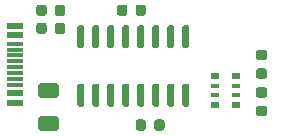
<source format=gbr>
%TF.GenerationSoftware,KiCad,Pcbnew,(5.1.6)-1*%
%TF.CreationDate,2020-06-26T00:22:10+04:00*%
%TF.ProjectId,ch340c-progarmmer,63683334-3063-42d7-9072-6f6761726d6d,rev?*%
%TF.SameCoordinates,Original*%
%TF.FileFunction,Paste,Top*%
%TF.FilePolarity,Positive*%
%FSLAX46Y46*%
G04 Gerber Fmt 4.6, Leading zero omitted, Abs format (unit mm)*
G04 Created by KiCad (PCBNEW (5.1.6)-1) date 2020-06-26 00:22:10*
%MOMM*%
%LPD*%
G01*
G04 APERTURE LIST*
%ADD10R,1.450000X0.600000*%
%ADD11R,1.450000X0.300000*%
%ADD12R,0.800000X0.500000*%
%ADD13R,0.800000X0.400000*%
G04 APERTURE END LIST*
%TO.C,U1*%
G36*
G01*
X190794500Y-43730500D02*
X191094500Y-43730500D01*
G75*
G02*
X191244500Y-43880500I0J-150000D01*
G01*
X191244500Y-45530500D01*
G75*
G02*
X191094500Y-45680500I-150000J0D01*
G01*
X190794500Y-45680500D01*
G75*
G02*
X190644500Y-45530500I0J150000D01*
G01*
X190644500Y-43880500D01*
G75*
G02*
X190794500Y-43730500I150000J0D01*
G01*
G37*
G36*
G01*
X189524500Y-43730500D02*
X189824500Y-43730500D01*
G75*
G02*
X189974500Y-43880500I0J-150000D01*
G01*
X189974500Y-45530500D01*
G75*
G02*
X189824500Y-45680500I-150000J0D01*
G01*
X189524500Y-45680500D01*
G75*
G02*
X189374500Y-45530500I0J150000D01*
G01*
X189374500Y-43880500D01*
G75*
G02*
X189524500Y-43730500I150000J0D01*
G01*
G37*
G36*
G01*
X188254500Y-43730500D02*
X188554500Y-43730500D01*
G75*
G02*
X188704500Y-43880500I0J-150000D01*
G01*
X188704500Y-45530500D01*
G75*
G02*
X188554500Y-45680500I-150000J0D01*
G01*
X188254500Y-45680500D01*
G75*
G02*
X188104500Y-45530500I0J150000D01*
G01*
X188104500Y-43880500D01*
G75*
G02*
X188254500Y-43730500I150000J0D01*
G01*
G37*
G36*
G01*
X186984500Y-43730500D02*
X187284500Y-43730500D01*
G75*
G02*
X187434500Y-43880500I0J-150000D01*
G01*
X187434500Y-45530500D01*
G75*
G02*
X187284500Y-45680500I-150000J0D01*
G01*
X186984500Y-45680500D01*
G75*
G02*
X186834500Y-45530500I0J150000D01*
G01*
X186834500Y-43880500D01*
G75*
G02*
X186984500Y-43730500I150000J0D01*
G01*
G37*
G36*
G01*
X185714500Y-43730500D02*
X186014500Y-43730500D01*
G75*
G02*
X186164500Y-43880500I0J-150000D01*
G01*
X186164500Y-45530500D01*
G75*
G02*
X186014500Y-45680500I-150000J0D01*
G01*
X185714500Y-45680500D01*
G75*
G02*
X185564500Y-45530500I0J150000D01*
G01*
X185564500Y-43880500D01*
G75*
G02*
X185714500Y-43730500I150000J0D01*
G01*
G37*
G36*
G01*
X184444500Y-43730500D02*
X184744500Y-43730500D01*
G75*
G02*
X184894500Y-43880500I0J-150000D01*
G01*
X184894500Y-45530500D01*
G75*
G02*
X184744500Y-45680500I-150000J0D01*
G01*
X184444500Y-45680500D01*
G75*
G02*
X184294500Y-45530500I0J150000D01*
G01*
X184294500Y-43880500D01*
G75*
G02*
X184444500Y-43730500I150000J0D01*
G01*
G37*
G36*
G01*
X183174500Y-43730500D02*
X183474500Y-43730500D01*
G75*
G02*
X183624500Y-43880500I0J-150000D01*
G01*
X183624500Y-45530500D01*
G75*
G02*
X183474500Y-45680500I-150000J0D01*
G01*
X183174500Y-45680500D01*
G75*
G02*
X183024500Y-45530500I0J150000D01*
G01*
X183024500Y-43880500D01*
G75*
G02*
X183174500Y-43730500I150000J0D01*
G01*
G37*
G36*
G01*
X181904500Y-43730500D02*
X182204500Y-43730500D01*
G75*
G02*
X182354500Y-43880500I0J-150000D01*
G01*
X182354500Y-45530500D01*
G75*
G02*
X182204500Y-45680500I-150000J0D01*
G01*
X181904500Y-45680500D01*
G75*
G02*
X181754500Y-45530500I0J150000D01*
G01*
X181754500Y-43880500D01*
G75*
G02*
X181904500Y-43730500I150000J0D01*
G01*
G37*
G36*
G01*
X181904500Y-48680500D02*
X182204500Y-48680500D01*
G75*
G02*
X182354500Y-48830500I0J-150000D01*
G01*
X182354500Y-50480500D01*
G75*
G02*
X182204500Y-50630500I-150000J0D01*
G01*
X181904500Y-50630500D01*
G75*
G02*
X181754500Y-50480500I0J150000D01*
G01*
X181754500Y-48830500D01*
G75*
G02*
X181904500Y-48680500I150000J0D01*
G01*
G37*
G36*
G01*
X183174500Y-48680500D02*
X183474500Y-48680500D01*
G75*
G02*
X183624500Y-48830500I0J-150000D01*
G01*
X183624500Y-50480500D01*
G75*
G02*
X183474500Y-50630500I-150000J0D01*
G01*
X183174500Y-50630500D01*
G75*
G02*
X183024500Y-50480500I0J150000D01*
G01*
X183024500Y-48830500D01*
G75*
G02*
X183174500Y-48680500I150000J0D01*
G01*
G37*
G36*
G01*
X184444500Y-48680500D02*
X184744500Y-48680500D01*
G75*
G02*
X184894500Y-48830500I0J-150000D01*
G01*
X184894500Y-50480500D01*
G75*
G02*
X184744500Y-50630500I-150000J0D01*
G01*
X184444500Y-50630500D01*
G75*
G02*
X184294500Y-50480500I0J150000D01*
G01*
X184294500Y-48830500D01*
G75*
G02*
X184444500Y-48680500I150000J0D01*
G01*
G37*
G36*
G01*
X185714500Y-48680500D02*
X186014500Y-48680500D01*
G75*
G02*
X186164500Y-48830500I0J-150000D01*
G01*
X186164500Y-50480500D01*
G75*
G02*
X186014500Y-50630500I-150000J0D01*
G01*
X185714500Y-50630500D01*
G75*
G02*
X185564500Y-50480500I0J150000D01*
G01*
X185564500Y-48830500D01*
G75*
G02*
X185714500Y-48680500I150000J0D01*
G01*
G37*
G36*
G01*
X186984500Y-48680500D02*
X187284500Y-48680500D01*
G75*
G02*
X187434500Y-48830500I0J-150000D01*
G01*
X187434500Y-50480500D01*
G75*
G02*
X187284500Y-50630500I-150000J0D01*
G01*
X186984500Y-50630500D01*
G75*
G02*
X186834500Y-50480500I0J150000D01*
G01*
X186834500Y-48830500D01*
G75*
G02*
X186984500Y-48680500I150000J0D01*
G01*
G37*
G36*
G01*
X188254500Y-48680500D02*
X188554500Y-48680500D01*
G75*
G02*
X188704500Y-48830500I0J-150000D01*
G01*
X188704500Y-50480500D01*
G75*
G02*
X188554500Y-50630500I-150000J0D01*
G01*
X188254500Y-50630500D01*
G75*
G02*
X188104500Y-50480500I0J150000D01*
G01*
X188104500Y-48830500D01*
G75*
G02*
X188254500Y-48680500I150000J0D01*
G01*
G37*
G36*
G01*
X189524500Y-48680500D02*
X189824500Y-48680500D01*
G75*
G02*
X189974500Y-48830500I0J-150000D01*
G01*
X189974500Y-50480500D01*
G75*
G02*
X189824500Y-50630500I-150000J0D01*
G01*
X189524500Y-50630500D01*
G75*
G02*
X189374500Y-50480500I0J150000D01*
G01*
X189374500Y-48830500D01*
G75*
G02*
X189524500Y-48680500I150000J0D01*
G01*
G37*
G36*
G01*
X190794500Y-48680500D02*
X191094500Y-48680500D01*
G75*
G02*
X191244500Y-48830500I0J-150000D01*
G01*
X191244500Y-50480500D01*
G75*
G02*
X191094500Y-50630500I-150000J0D01*
G01*
X190794500Y-50630500D01*
G75*
G02*
X190644500Y-50480500I0J150000D01*
G01*
X190644500Y-48830500D01*
G75*
G02*
X190794500Y-48680500I150000J0D01*
G01*
G37*
%TD*%
D10*
%TO.C,J1*%
X176511000Y-50303500D03*
X176511000Y-49503500D03*
X176511000Y-44603500D03*
X176511000Y-43803500D03*
X176511000Y-43803500D03*
X176511000Y-44603500D03*
X176511000Y-49503500D03*
X176511000Y-50303500D03*
D11*
X176511000Y-45303500D03*
X176511000Y-45803500D03*
X176511000Y-46303500D03*
X176511000Y-47303500D03*
X176511000Y-47803500D03*
X176511000Y-48303500D03*
X176511000Y-48803500D03*
X176511000Y-46803500D03*
%TD*%
%TO.C,F1*%
G36*
G01*
X178699000Y-51448000D02*
X179949000Y-51448000D01*
G75*
G02*
X180199000Y-51698000I0J-250000D01*
G01*
X180199000Y-52448000D01*
G75*
G02*
X179949000Y-52698000I-250000J0D01*
G01*
X178699000Y-52698000D01*
G75*
G02*
X178449000Y-52448000I0J250000D01*
G01*
X178449000Y-51698000D01*
G75*
G02*
X178699000Y-51448000I250000J0D01*
G01*
G37*
G36*
G01*
X178699000Y-48648000D02*
X179949000Y-48648000D01*
G75*
G02*
X180199000Y-48898000I0J-250000D01*
G01*
X180199000Y-49648000D01*
G75*
G02*
X179949000Y-49898000I-250000J0D01*
G01*
X178699000Y-49898000D01*
G75*
G02*
X178449000Y-49648000I0J250000D01*
G01*
X178449000Y-48898000D01*
G75*
G02*
X178699000Y-48648000I250000J0D01*
G01*
G37*
%TD*%
%TO.C,D2*%
G36*
G01*
X197614250Y-48278500D02*
X197101750Y-48278500D01*
G75*
G02*
X196883000Y-48059750I0J218750D01*
G01*
X196883000Y-47622250D01*
G75*
G02*
X197101750Y-47403500I218750J0D01*
G01*
X197614250Y-47403500D01*
G75*
G02*
X197833000Y-47622250I0J-218750D01*
G01*
X197833000Y-48059750D01*
G75*
G02*
X197614250Y-48278500I-218750J0D01*
G01*
G37*
G36*
G01*
X197614250Y-46703500D02*
X197101750Y-46703500D01*
G75*
G02*
X196883000Y-46484750I0J218750D01*
G01*
X196883000Y-46047250D01*
G75*
G02*
X197101750Y-45828500I218750J0D01*
G01*
X197614250Y-45828500D01*
G75*
G02*
X197833000Y-46047250I0J-218750D01*
G01*
X197833000Y-46484750D01*
G75*
G02*
X197614250Y-46703500I-218750J0D01*
G01*
G37*
%TD*%
%TO.C,D1*%
G36*
G01*
X197101750Y-50578500D02*
X197614250Y-50578500D01*
G75*
G02*
X197833000Y-50797250I0J-218750D01*
G01*
X197833000Y-51234750D01*
G75*
G02*
X197614250Y-51453500I-218750J0D01*
G01*
X197101750Y-51453500D01*
G75*
G02*
X196883000Y-51234750I0J218750D01*
G01*
X196883000Y-50797250D01*
G75*
G02*
X197101750Y-50578500I218750J0D01*
G01*
G37*
G36*
G01*
X197101750Y-49003500D02*
X197614250Y-49003500D01*
G75*
G02*
X197833000Y-49222250I0J-218750D01*
G01*
X197833000Y-49659750D01*
G75*
G02*
X197614250Y-49878500I-218750J0D01*
G01*
X197101750Y-49878500D01*
G75*
G02*
X196883000Y-49659750I0J218750D01*
G01*
X196883000Y-49222250D01*
G75*
G02*
X197101750Y-49003500I218750J0D01*
G01*
G37*
%TD*%
%TO.C,C2*%
G36*
G01*
X178289500Y-42737750D02*
X178289500Y-42225250D01*
G75*
G02*
X178508250Y-42006500I218750J0D01*
G01*
X178945750Y-42006500D01*
G75*
G02*
X179164500Y-42225250I0J-218750D01*
G01*
X179164500Y-42737750D01*
G75*
G02*
X178945750Y-42956500I-218750J0D01*
G01*
X178508250Y-42956500D01*
G75*
G02*
X178289500Y-42737750I0J218750D01*
G01*
G37*
G36*
G01*
X179864500Y-42737750D02*
X179864500Y-42225250D01*
G75*
G02*
X180083250Y-42006500I218750J0D01*
G01*
X180520750Y-42006500D01*
G75*
G02*
X180739500Y-42225250I0J-218750D01*
G01*
X180739500Y-42737750D01*
G75*
G02*
X180520750Y-42956500I-218750J0D01*
G01*
X180083250Y-42956500D01*
G75*
G02*
X179864500Y-42737750I0J218750D01*
G01*
G37*
%TD*%
%TO.C,C1*%
G36*
G01*
X178289500Y-44261750D02*
X178289500Y-43749250D01*
G75*
G02*
X178508250Y-43530500I218750J0D01*
G01*
X178945750Y-43530500D01*
G75*
G02*
X179164500Y-43749250I0J-218750D01*
G01*
X179164500Y-44261750D01*
G75*
G02*
X178945750Y-44480500I-218750J0D01*
G01*
X178508250Y-44480500D01*
G75*
G02*
X178289500Y-44261750I0J218750D01*
G01*
G37*
G36*
G01*
X179864500Y-44261750D02*
X179864500Y-43749250D01*
G75*
G02*
X180083250Y-43530500I218750J0D01*
G01*
X180520750Y-43530500D01*
G75*
G02*
X180739500Y-43749250I0J-218750D01*
G01*
X180739500Y-44261750D01*
G75*
G02*
X180520750Y-44480500I-218750J0D01*
G01*
X180083250Y-44480500D01*
G75*
G02*
X179864500Y-44261750I0J218750D01*
G01*
G37*
%TD*%
%TO.C,C6*%
G36*
G01*
X185122000Y-42737750D02*
X185122000Y-42225250D01*
G75*
G02*
X185340750Y-42006500I218750J0D01*
G01*
X185778250Y-42006500D01*
G75*
G02*
X185997000Y-42225250I0J-218750D01*
G01*
X185997000Y-42737750D01*
G75*
G02*
X185778250Y-42956500I-218750J0D01*
G01*
X185340750Y-42956500D01*
G75*
G02*
X185122000Y-42737750I0J218750D01*
G01*
G37*
G36*
G01*
X186697000Y-42737750D02*
X186697000Y-42225250D01*
G75*
G02*
X186915750Y-42006500I218750J0D01*
G01*
X187353250Y-42006500D01*
G75*
G02*
X187572000Y-42225250I0J-218750D01*
G01*
X187572000Y-42737750D01*
G75*
G02*
X187353250Y-42956500I-218750J0D01*
G01*
X186915750Y-42956500D01*
G75*
G02*
X186697000Y-42737750I0J218750D01*
G01*
G37*
%TD*%
%TO.C,C5*%
G36*
G01*
X189147000Y-51940750D02*
X189147000Y-52453250D01*
G75*
G02*
X188928250Y-52672000I-218750J0D01*
G01*
X188490750Y-52672000D01*
G75*
G02*
X188272000Y-52453250I0J218750D01*
G01*
X188272000Y-51940750D01*
G75*
G02*
X188490750Y-51722000I218750J0D01*
G01*
X188928250Y-51722000D01*
G75*
G02*
X189147000Y-51940750I0J-218750D01*
G01*
G37*
G36*
G01*
X187572000Y-51940750D02*
X187572000Y-52453250D01*
G75*
G02*
X187353250Y-52672000I-218750J0D01*
G01*
X186915750Y-52672000D01*
G75*
G02*
X186697000Y-52453250I0J218750D01*
G01*
X186697000Y-51940750D01*
G75*
G02*
X186915750Y-51722000I218750J0D01*
G01*
X187353250Y-51722000D01*
G75*
G02*
X187572000Y-51940750I0J-218750D01*
G01*
G37*
%TD*%
D12*
%TO.C,RN1*%
X195210000Y-50476000D03*
D13*
X195210000Y-49676000D03*
D12*
X195210000Y-48076000D03*
D13*
X195210000Y-48876000D03*
D12*
X193410000Y-50476000D03*
D13*
X193410000Y-48876000D03*
X193410000Y-49676000D03*
D12*
X193410000Y-48076000D03*
%TD*%
M02*

</source>
